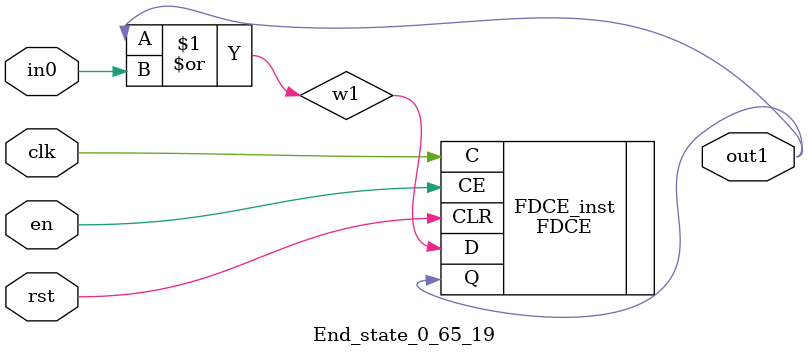
<source format=v>
module engine_0_65(out,clk,sod,en, in_126, in_4, in_5, in_7, in_12, in_15, in_16, in_18, in_25, in_30, in_38);
//pcre: /\x2Ftoolbar\x2Fico\x2F[a-zA-Z0-9_%]*\.ico/Ui
//block char: [\z617a\z415a\z3039_%][1], O[0], L[0], I[0], \x2E[8], a[0], r[0], c[0], \x2F[8], t[0], B[0], 

	input clk,sod,en;

	input in_126, in_4, in_5, in_7, in_12, in_15, in_16, in_18, in_25, in_30, in_38;
	output out;

	assign w0 = 1'b1;
	state_0_65_1 BlockState_0_65_1 (w1,in_25,clk,en,sod,w0);
	state_0_65_2 BlockState_0_65_2 (w2,in_30,clk,en,sod,w1);
	state_0_65_3 BlockState_0_65_3 (w3,in_4,clk,en,sod,w2);
	state_0_65_4 BlockState_0_65_4 (w4,in_4,clk,en,sod,w3);
	state_0_65_5 BlockState_0_65_5 (w5,in_5,clk,en,sod,w4);
	state_0_65_6 BlockState_0_65_6 (w6,in_38,clk,en,sod,w5);
	state_0_65_7 BlockState_0_65_7 (w7,in_15,clk,en,sod,w6);
	state_0_65_8 BlockState_0_65_8 (w8,in_16,clk,en,sod,w7);
	state_0_65_9 BlockState_0_65_9 (w9,in_25,clk,en,sod,w8);
	state_0_65_10 BlockState_0_65_10 (w10,in_7,clk,en,sod,w9);
	state_0_65_11 BlockState_0_65_11 (w11,in_18,clk,en,sod,w10);
	state_0_65_12 BlockState_0_65_12 (w12,in_4,clk,en,sod,w11);
	state_0_65_13 BlockState_0_65_13 (w13,in_25,clk,en,sod,w12);
	state_0_65_14 BlockState_0_65_14 (w14,in_126,clk,en,sod,w14,w13);
	state_0_65_15 BlockState_0_65_15 (w15,in_12,clk,en,sod,w13,w14);
	state_0_65_16 BlockState_0_65_16 (w16,in_7,clk,en,sod,w15);
	state_0_65_17 BlockState_0_65_17 (w17,in_18,clk,en,sod,w16);
	state_0_65_18 BlockState_0_65_18 (w18,in_4,clk,en,sod,w17);
	End_state_0_65_19 BlockState_0_65_19 (out,clk,en,sod,w18);
endmodule

module state_0_65_1(out1,in_char,clk,en,rst,in0);
	input in_char,clk,en,rst,in0;
	output out1;
	wire w1,w2;
	assign w1 = in0; 
	and(w2,in_char,w1);
	FDCE #(.INIT(1'b0)) FDCE_inst (
		.Q(out1),
		.C(clk),
		.CE(en),
		.CLR(rst),
		.D(w2)
);
endmodule

module state_0_65_2(out1,in_char,clk,en,rst,in0);
	input in_char,clk,en,rst,in0;
	output out1;
	wire w1,w2;
	assign w1 = in0; 
	and(w2,in_char,w1);
	FDCE #(.INIT(1'b0)) FDCE_inst (
		.Q(out1),
		.C(clk),
		.CE(en),
		.CLR(rst),
		.D(w2)
);
endmodule

module state_0_65_3(out1,in_char,clk,en,rst,in0);
	input in_char,clk,en,rst,in0;
	output out1;
	wire w1,w2;
	assign w1 = in0; 
	and(w2,in_char,w1);
	FDCE #(.INIT(1'b0)) FDCE_inst (
		.Q(out1),
		.C(clk),
		.CE(en),
		.CLR(rst),
		.D(w2)
);
endmodule

module state_0_65_4(out1,in_char,clk,en,rst,in0);
	input in_char,clk,en,rst,in0;
	output out1;
	wire w1,w2;
	assign w1 = in0; 
	and(w2,in_char,w1);
	FDCE #(.INIT(1'b0)) FDCE_inst (
		.Q(out1),
		.C(clk),
		.CE(en),
		.CLR(rst),
		.D(w2)
);
endmodule

module state_0_65_5(out1,in_char,clk,en,rst,in0);
	input in_char,clk,en,rst,in0;
	output out1;
	wire w1,w2;
	assign w1 = in0; 
	and(w2,in_char,w1);
	FDCE #(.INIT(1'b0)) FDCE_inst (
		.Q(out1),
		.C(clk),
		.CE(en),
		.CLR(rst),
		.D(w2)
);
endmodule

module state_0_65_6(out1,in_char,clk,en,rst,in0);
	input in_char,clk,en,rst,in0;
	output out1;
	wire w1,w2;
	assign w1 = in0; 
	and(w2,in_char,w1);
	FDCE #(.INIT(1'b0)) FDCE_inst (
		.Q(out1),
		.C(clk),
		.CE(en),
		.CLR(rst),
		.D(w2)
);
endmodule

module state_0_65_7(out1,in_char,clk,en,rst,in0);
	input in_char,clk,en,rst,in0;
	output out1;
	wire w1,w2;
	assign w1 = in0; 
	and(w2,in_char,w1);
	FDCE #(.INIT(1'b0)) FDCE_inst (
		.Q(out1),
		.C(clk),
		.CE(en),
		.CLR(rst),
		.D(w2)
);
endmodule

module state_0_65_8(out1,in_char,clk,en,rst,in0);
	input in_char,clk,en,rst,in0;
	output out1;
	wire w1,w2;
	assign w1 = in0; 
	and(w2,in_char,w1);
	FDCE #(.INIT(1'b0)) FDCE_inst (
		.Q(out1),
		.C(clk),
		.CE(en),
		.CLR(rst),
		.D(w2)
);
endmodule

module state_0_65_9(out1,in_char,clk,en,rst,in0);
	input in_char,clk,en,rst,in0;
	output out1;
	wire w1,w2;
	assign w1 = in0; 
	and(w2,in_char,w1);
	FDCE #(.INIT(1'b0)) FDCE_inst (
		.Q(out1),
		.C(clk),
		.CE(en),
		.CLR(rst),
		.D(w2)
);
endmodule

module state_0_65_10(out1,in_char,clk,en,rst,in0);
	input in_char,clk,en,rst,in0;
	output out1;
	wire w1,w2;
	assign w1 = in0; 
	and(w2,in_char,w1);
	FDCE #(.INIT(1'b0)) FDCE_inst (
		.Q(out1),
		.C(clk),
		.CE(en),
		.CLR(rst),
		.D(w2)
);
endmodule

module state_0_65_11(out1,in_char,clk,en,rst,in0);
	input in_char,clk,en,rst,in0;
	output out1;
	wire w1,w2;
	assign w1 = in0; 
	and(w2,in_char,w1);
	FDCE #(.INIT(1'b0)) FDCE_inst (
		.Q(out1),
		.C(clk),
		.CE(en),
		.CLR(rst),
		.D(w2)
);
endmodule

module state_0_65_12(out1,in_char,clk,en,rst,in0);
	input in_char,clk,en,rst,in0;
	output out1;
	wire w1,w2;
	assign w1 = in0; 
	and(w2,in_char,w1);
	FDCE #(.INIT(1'b0)) FDCE_inst (
		.Q(out1),
		.C(clk),
		.CE(en),
		.CLR(rst),
		.D(w2)
);
endmodule

module state_0_65_13(out1,in_char,clk,en,rst,in0);
	input in_char,clk,en,rst,in0;
	output out1;
	wire w1,w2;
	assign w1 = in0; 
	and(w2,in_char,w1);
	FDCE #(.INIT(1'b0)) FDCE_inst (
		.Q(out1),
		.C(clk),
		.CE(en),
		.CLR(rst),
		.D(w2)
);
endmodule

module state_0_65_14(out1,in_char,clk,en,rst,in0,in1);
	input in_char,clk,en,rst,in0,in1;
	output out1;
	wire w1,w2;
	or(w1,in0,in1);
	and(w2,in_char,w1);
	FDCE #(.INIT(1'b0)) FDCE_inst (
		.Q(out1),
		.C(clk),
		.CE(en),
		.CLR(rst),
		.D(w2)
);
endmodule

module state_0_65_15(out1,in_char,clk,en,rst,in0,in1);
	input in_char,clk,en,rst,in0,in1;
	output out1;
	wire w1,w2;
	or(w1,in0,in1);
	and(w2,in_char,w1);
	FDCE #(.INIT(1'b0)) FDCE_inst (
		.Q(out1),
		.C(clk),
		.CE(en),
		.CLR(rst),
		.D(w2)
);
endmodule

module state_0_65_16(out1,in_char,clk,en,rst,in0);
	input in_char,clk,en,rst,in0;
	output out1;
	wire w1,w2;
	assign w1 = in0; 
	and(w2,in_char,w1);
	FDCE #(.INIT(1'b0)) FDCE_inst (
		.Q(out1),
		.C(clk),
		.CE(en),
		.CLR(rst),
		.D(w2)
);
endmodule

module state_0_65_17(out1,in_char,clk,en,rst,in0);
	input in_char,clk,en,rst,in0;
	output out1;
	wire w1,w2;
	assign w1 = in0; 
	and(w2,in_char,w1);
	FDCE #(.INIT(1'b0)) FDCE_inst (
		.Q(out1),
		.C(clk),
		.CE(en),
		.CLR(rst),
		.D(w2)
);
endmodule

module state_0_65_18(out1,in_char,clk,en,rst,in0);
	input in_char,clk,en,rst,in0;
	output out1;
	wire w1,w2;
	assign w1 = in0; 
	and(w2,in_char,w1);
	FDCE #(.INIT(1'b0)) FDCE_inst (
		.Q(out1),
		.C(clk),
		.CE(en),
		.CLR(rst),
		.D(w2)
);
endmodule

module End_state_0_65_19(out1,clk,en,rst,in0);
	input clk,rst,en,in0;
	output out1;
	wire w1;
	or(w1,out1,in0);
	FDCE #(.INIT(1'b0)) FDCE_inst (
		.Q(out1),
		.C(clk),
		.CE(en),
		.CLR(rst),
		.D(w1)
);
endmodule


</source>
